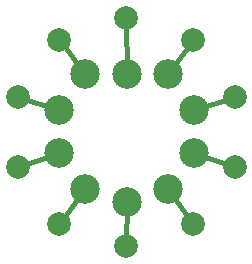
<source format=gtl>
G04 Layer_Physical_Order=1*
G04 Layer_Color=255*
%FSLAX25Y25*%
%MOIN*%
G70*
G01*
G75*
%ADD10C,0.01575*%
%ADD11C,0.07874*%
%ADD12C,0.09843*%
D10*
X13885Y-19111D02*
X22237Y-30841D01*
X-98Y-38098D02*
X0Y-23622D01*
X-22434Y-30841D02*
X-13885Y-19111D01*
X-36239Y-11841D02*
X-22466Y-7300D01*
X-36239Y11644D02*
X-22466Y7300D01*
X-22563Y-7397D02*
X-22466Y-7300D01*
X-20537Y28085D02*
X-13885Y19111D01*
X-98Y37902D02*
X0Y19111D01*
X22466Y-7300D02*
X36042Y-11841D01*
X22466Y7300D02*
X36042Y11644D01*
X13885Y19111D02*
X22237Y30644D01*
X22466Y-7300D02*
X24090D01*
X22466Y7300D02*
X23449Y8283D01*
X-13885Y-22032D02*
Y-19111D01*
D11*
X-98Y37902D02*
D03*
X-22434Y30644D02*
D03*
X-36239Y11644D02*
D03*
Y-11841D02*
D03*
X-22434Y-30841D02*
D03*
X-98Y-38098D02*
D03*
X22237Y-30841D02*
D03*
X36042Y-11841D02*
D03*
Y11644D02*
D03*
X22237Y30644D02*
D03*
D12*
X0Y19111D02*
D03*
X13885Y-19111D02*
D03*
X-13885D02*
D03*
X22466Y-7300D02*
D03*
X-22466D02*
D03*
X22466Y7300D02*
D03*
X-22466D02*
D03*
X13885Y19111D02*
D03*
X-13885D02*
D03*
X0Y-23622D02*
D03*
M02*

</source>
